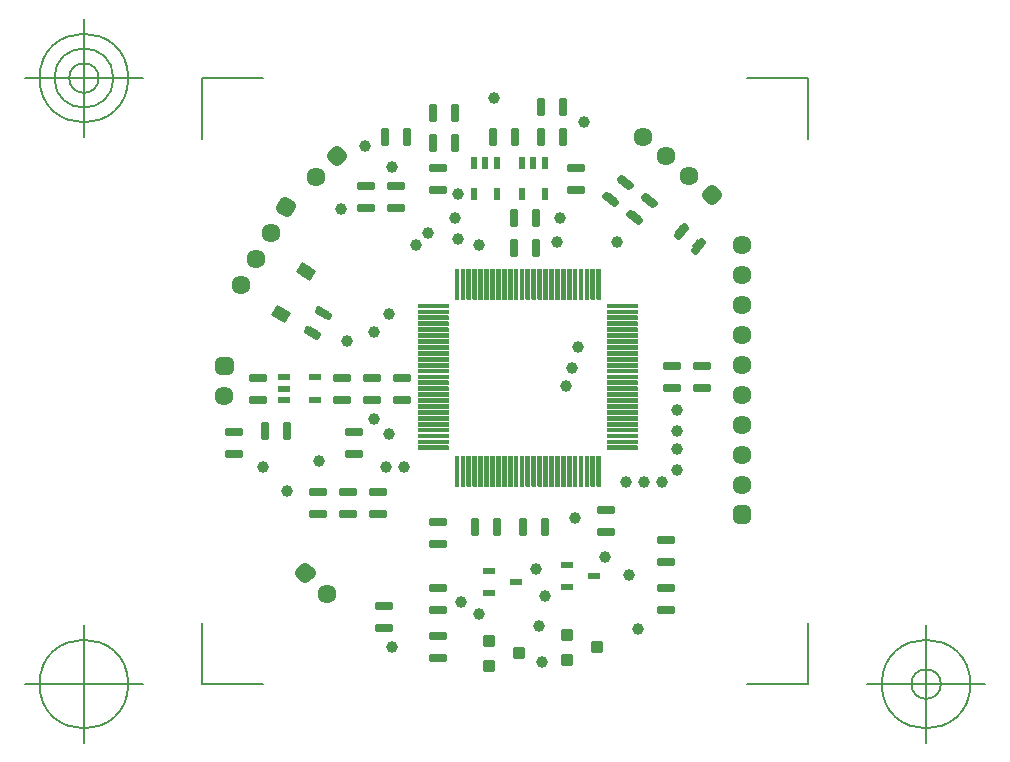
<source format=gbr>
G04 Generated by Ultiboard 13.0 *
%FSLAX25Y25*%
%MOIN*%

%ADD10C,0.00001*%
%ADD11C,0.00500*%
%ADD12C,0.03937*%
%ADD13R,0.01181X0.10000*%
%ADD14C,0.00001*%
%ADD15R,0.10000X0.01181*%
%ADD16R,0.04168X0.01084*%
%ADD17C,0.01666*%
%ADD18R,0.04331X0.02362*%
%ADD19R,0.01084X0.04168*%
%ADD20C,0.06334*%
%ADD21R,0.02083X0.02083*%
%ADD22C,0.03917*%
%ADD23P,0.03889X4X15*%
%ADD24P,0.05567X4X15*%
%ADD25P,0.02945X4X15*%
%ADD26P,0.02945X4*%
%ADD27R,0.02362X0.04331*%
%ADD28P,0.03889X4X5*%
%ADD29P,0.02945X4X5*%
%ADD30R,0.02334X0.02334*%
%ADD31R,0.03937X0.02362*%


G04 ColorRGB FF00CC for the following layer *
%LNSolder Mask Top*%
%LPD*%
G54D10*
G54D11*
X33500Y61500D02*
X33500Y81700D01*
X33500Y61500D02*
X53700Y61500D01*
X235500Y61500D02*
X215300Y61500D01*
X235500Y61500D02*
X235500Y81700D01*
X235500Y263500D02*
X235500Y243300D01*
X235500Y263500D02*
X215300Y263500D01*
X33500Y263500D02*
X53700Y263500D01*
X33500Y263500D02*
X33500Y243300D01*
X13815Y61500D02*
X-25555Y61500D01*
X-5870Y41815D02*
X-5870Y81185D01*
X-20634Y61500D02*
G75*
D01*
G02X-20634Y61500I14764J0*
G01*
X255185Y61500D02*
X294555Y61500D01*
X274870Y41815D02*
X274870Y81185D01*
X260106Y61500D02*
G75*
D01*
G02X260106Y61500I14764J0*
G01*
X269949Y61500D02*
G75*
D01*
G02X269949Y61500I4921J0*
G01*
X13815Y263500D02*
X-25555Y263500D01*
X-5870Y243815D02*
X-5870Y283185D01*
X-20634Y263500D02*
G75*
D01*
G02X-20634Y263500I14764J0*
G01*
X-15713Y263500D02*
G75*
D01*
G02X-15713Y263500I9843J0*
G01*
X-10791Y263500D02*
G75*
D01*
G02X-10791Y263500I4921J0*
G01*
G54D12*
X118000Y217000D03*
X119000Y225000D03*
X172000Y209000D03*
X62000Y126000D03*
X91000Y150000D03*
X95000Y134000D03*
X82000Y176000D03*
X54000Y134000D03*
X153000Y217000D03*
X88000Y241000D03*
X119000Y210000D03*
X109000Y212000D03*
X105000Y208000D03*
X96000Y185000D03*
X91000Y179000D03*
X158000Y117000D03*
X148000Y91000D03*
X147000Y69000D03*
X179000Y80000D03*
X176000Y98000D03*
X146000Y81000D03*
X120000Y89000D03*
X168000Y104000D03*
X126000Y85000D03*
X145000Y100000D03*
X97000Y74000D03*
X159000Y174000D03*
X157000Y167000D03*
X152000Y209000D03*
X155000Y161000D03*
X131000Y257000D03*
X161000Y249000D03*
X126000Y208000D03*
X97000Y234000D03*
X80000Y220000D03*
X192000Y153000D03*
X192000Y146000D03*
X192000Y140000D03*
X192000Y133000D03*
X187000Y129000D03*
X181000Y129000D03*
X175000Y129000D03*
X101000Y134000D03*
X96000Y145000D03*
X72500Y136000D03*
G54D13*
X118378Y132579D03*
X122315Y132579D03*
X120346Y132579D03*
X124283Y132579D03*
X126252Y132579D03*
X128220Y132579D03*
X130189Y132579D03*
X132157Y132579D03*
X134126Y132579D03*
X138063Y132579D03*
X136094Y132579D03*
X140031Y132579D03*
X142000Y132579D03*
X143969Y132579D03*
X145937Y132579D03*
X147906Y132579D03*
X149874Y132579D03*
X153811Y132579D03*
X151843Y132579D03*
X155780Y132579D03*
X157748Y132579D03*
X159717Y132579D03*
X161685Y132579D03*
X163654Y132579D03*
X165622Y132579D03*
X118378Y194921D03*
X122315Y194921D03*
X120346Y194921D03*
X124283Y194921D03*
X126252Y194921D03*
X128220Y194921D03*
X130189Y194921D03*
X132157Y194921D03*
X134126Y194921D03*
X138063Y194921D03*
X136094Y194921D03*
X140031Y194921D03*
X142000Y194921D03*
X145937Y194921D03*
X143969Y194921D03*
X147906Y194921D03*
X149874Y194921D03*
X153811Y194921D03*
X151843Y194921D03*
X155780Y194921D03*
X157748Y194921D03*
X159717Y194921D03*
X161685Y194921D03*
X163654Y194921D03*
X165622Y194921D03*
G54D14*
X117788Y127579D02*
X118968Y127579D01*
X118968Y137579D01*
X117788Y137579D01*
X117788Y127579D01*D02*
X121725Y127579D02*
X122905Y127579D01*
X122905Y137579D01*
X121725Y137579D01*
X121725Y127579D01*D02*
X119756Y127579D02*
X120936Y127579D01*
X120936Y137579D01*
X119756Y137579D01*
X119756Y127579D01*D02*
X123693Y127579D02*
X124873Y127579D01*
X124873Y137579D01*
X123693Y137579D01*
X123693Y127579D01*D02*
X125662Y127579D02*
X126842Y127579D01*
X126842Y137579D01*
X125662Y137579D01*
X125662Y127579D01*D02*
X127630Y127579D02*
X128810Y127579D01*
X128810Y137579D01*
X127630Y137579D01*
X127630Y127579D01*D02*
X129599Y127579D02*
X130779Y127579D01*
X130779Y137579D01*
X129599Y137579D01*
X129599Y127579D01*D02*
X131567Y127579D02*
X132747Y127579D01*
X132747Y137579D01*
X131567Y137579D01*
X131567Y127579D01*D02*
X133536Y127579D02*
X134716Y127579D01*
X134716Y137579D01*
X133536Y137579D01*
X133536Y127579D01*D02*
X137473Y127579D02*
X138653Y127579D01*
X138653Y137579D01*
X137473Y137579D01*
X137473Y127579D01*D02*
X135504Y127579D02*
X136684Y127579D01*
X136684Y137579D01*
X135504Y137579D01*
X135504Y127579D01*D02*
X139441Y127579D02*
X140621Y127579D01*
X140621Y137579D01*
X139441Y137579D01*
X139441Y127579D01*D02*
X141410Y127579D02*
X142590Y127579D01*
X142590Y137579D01*
X141410Y137579D01*
X141410Y127579D01*D02*
X143379Y127579D02*
X144559Y127579D01*
X144559Y137579D01*
X143379Y137579D01*
X143379Y127579D01*D02*
X145347Y127579D02*
X146527Y127579D01*
X146527Y137579D01*
X145347Y137579D01*
X145347Y127579D01*D02*
X147316Y127579D02*
X148496Y127579D01*
X148496Y137579D01*
X147316Y137579D01*
X147316Y127579D01*D02*
X149284Y127579D02*
X150464Y127579D01*
X150464Y137579D01*
X149284Y137579D01*
X149284Y127579D01*D02*
X153221Y127579D02*
X154401Y127579D01*
X154401Y137579D01*
X153221Y137579D01*
X153221Y127579D01*D02*
X151253Y127579D02*
X152433Y127579D01*
X152433Y137579D01*
X151253Y137579D01*
X151253Y127579D01*D02*
X155190Y127579D02*
X156370Y127579D01*
X156370Y137579D01*
X155190Y137579D01*
X155190Y127579D01*D02*
X157158Y127579D02*
X158338Y127579D01*
X158338Y137579D01*
X157158Y137579D01*
X157158Y127579D01*D02*
X159127Y127579D02*
X160307Y127579D01*
X160307Y137579D01*
X159127Y137579D01*
X159127Y127579D01*D02*
X161095Y127579D02*
X162275Y127579D01*
X162275Y137579D01*
X161095Y137579D01*
X161095Y127579D01*D02*
X163064Y127579D02*
X164244Y127579D01*
X164244Y137579D01*
X163064Y137579D01*
X163064Y127579D01*D02*
X165032Y127579D02*
X166212Y127579D01*
X166212Y137579D01*
X165032Y137579D01*
X165032Y127579D01*D02*
X105579Y139788D02*
X115579Y139788D01*
X115579Y140968D01*
X105579Y140968D01*
X105579Y139788D01*D02*
X105579Y141756D02*
X115579Y141756D01*
X115579Y142936D01*
X105579Y142936D01*
X105579Y141756D01*D02*
X168421Y139788D02*
X178421Y139788D01*
X178421Y140968D01*
X168421Y140968D01*
X168421Y139788D01*D02*
X168421Y141756D02*
X178421Y141756D01*
X178421Y142936D01*
X168421Y142936D01*
X168421Y141756D01*D02*
X105579Y145693D02*
X115579Y145693D01*
X115579Y146873D01*
X105579Y146873D01*
X105579Y145693D01*D02*
X105579Y143725D02*
X115579Y143725D01*
X115579Y144905D01*
X105579Y144905D01*
X105579Y143725D01*D02*
X105579Y147662D02*
X115579Y147662D01*
X115579Y148842D01*
X105579Y148842D01*
X105579Y147662D01*D02*
X105579Y149630D02*
X115579Y149630D01*
X115579Y150810D01*
X105579Y150810D01*
X105579Y149630D01*D02*
X168421Y145693D02*
X178421Y145693D01*
X178421Y146873D01*
X168421Y146873D01*
X168421Y145693D01*D02*
X168421Y143725D02*
X178421Y143725D01*
X178421Y144905D01*
X168421Y144905D01*
X168421Y143725D01*D02*
X168421Y147662D02*
X178421Y147662D01*
X178421Y148842D01*
X168421Y148842D01*
X168421Y147662D01*D02*
X168421Y149630D02*
X178421Y149630D01*
X178421Y150810D01*
X168421Y150810D01*
X168421Y149630D01*D02*
X105579Y151599D02*
X115579Y151599D01*
X115579Y152779D01*
X105579Y152779D01*
X105579Y151599D01*D02*
X105579Y153567D02*
X115579Y153567D01*
X115579Y154747D01*
X105579Y154747D01*
X105579Y153567D01*D02*
X105579Y155536D02*
X115579Y155536D01*
X115579Y156716D01*
X105579Y156716D01*
X105579Y155536D01*D02*
X105579Y157504D02*
X115579Y157504D01*
X115579Y158684D01*
X105579Y158684D01*
X105579Y157504D01*D02*
X168421Y151599D02*
X178421Y151599D01*
X178421Y152779D01*
X168421Y152779D01*
X168421Y151599D01*D02*
X168421Y153567D02*
X178421Y153567D01*
X178421Y154747D01*
X168421Y154747D01*
X168421Y153567D01*D02*
X168421Y155536D02*
X178421Y155536D01*
X178421Y156716D01*
X168421Y156716D01*
X168421Y155536D01*D02*
X168421Y157504D02*
X178421Y157504D01*
X178421Y158684D01*
X168421Y158684D01*
X168421Y157504D01*D02*
X105579Y161441D02*
X115579Y161441D01*
X115579Y162621D01*
X105579Y162621D01*
X105579Y161441D01*D02*
X105579Y159473D02*
X115579Y159473D01*
X115579Y160653D01*
X105579Y160653D01*
X105579Y159473D01*D02*
X105579Y163410D02*
X115579Y163410D01*
X115579Y164590D01*
X105579Y164590D01*
X105579Y163410D01*D02*
X105579Y165379D02*
X115579Y165379D01*
X115579Y166559D01*
X105579Y166559D01*
X105579Y165379D01*D02*
X168421Y161441D02*
X178421Y161441D01*
X178421Y162621D01*
X168421Y162621D01*
X168421Y161441D01*D02*
X168421Y159473D02*
X178421Y159473D01*
X178421Y160653D01*
X168421Y160653D01*
X168421Y159473D01*D02*
X168421Y163410D02*
X178421Y163410D01*
X178421Y164590D01*
X168421Y164590D01*
X168421Y163410D01*D02*
X168421Y165379D02*
X178421Y165379D01*
X178421Y166559D01*
X168421Y166559D01*
X168421Y165379D01*D02*
X105579Y167347D02*
X115579Y167347D01*
X115579Y168527D01*
X105579Y168527D01*
X105579Y167347D01*D02*
X105579Y169316D02*
X115579Y169316D01*
X115579Y170496D01*
X105579Y170496D01*
X105579Y169316D01*D02*
X105579Y171284D02*
X115579Y171284D01*
X115579Y172464D01*
X105579Y172464D01*
X105579Y171284D01*D02*
X105579Y173253D02*
X115579Y173253D01*
X115579Y174433D01*
X105579Y174433D01*
X105579Y173253D01*D02*
X168421Y167347D02*
X178421Y167347D01*
X178421Y168527D01*
X168421Y168527D01*
X168421Y167347D01*D02*
X168421Y169316D02*
X178421Y169316D01*
X178421Y170496D01*
X168421Y170496D01*
X168421Y169316D01*D02*
X168421Y171284D02*
X178421Y171284D01*
X178421Y172464D01*
X168421Y172464D01*
X168421Y171284D01*D02*
X168421Y173253D02*
X178421Y173253D01*
X178421Y174433D01*
X168421Y174433D01*
X168421Y173253D01*D02*
X105579Y177190D02*
X115579Y177190D01*
X115579Y178370D01*
X105579Y178370D01*
X105579Y177190D01*D02*
X105579Y175221D02*
X115579Y175221D01*
X115579Y176401D01*
X105579Y176401D01*
X105579Y175221D01*D02*
X105579Y179158D02*
X115579Y179158D01*
X115579Y180338D01*
X105579Y180338D01*
X105579Y179158D01*D02*
X105579Y181127D02*
X115579Y181127D01*
X115579Y182307D01*
X105579Y182307D01*
X105579Y181127D01*D02*
X168421Y177190D02*
X178421Y177190D01*
X178421Y178370D01*
X168421Y178370D01*
X168421Y177190D01*D02*
X168421Y175221D02*
X178421Y175221D01*
X178421Y176401D01*
X168421Y176401D01*
X168421Y175221D01*D02*
X168421Y179158D02*
X178421Y179158D01*
X178421Y180338D01*
X168421Y180338D01*
X168421Y179158D01*D02*
X168421Y181127D02*
X178421Y181127D01*
X178421Y182307D01*
X168421Y182307D01*
X168421Y181127D01*D02*
X105579Y183095D02*
X115579Y183095D01*
X115579Y184275D01*
X105579Y184275D01*
X105579Y183095D01*D02*
X105579Y185064D02*
X115579Y185064D01*
X115579Y186244D01*
X105579Y186244D01*
X105579Y185064D01*D02*
X105579Y187032D02*
X115579Y187032D01*
X115579Y188212D01*
X105579Y188212D01*
X105579Y187032D01*D02*
X168421Y183095D02*
X178421Y183095D01*
X178421Y184275D01*
X168421Y184275D01*
X168421Y183095D01*D02*
X168421Y185064D02*
X178421Y185064D01*
X178421Y186244D01*
X168421Y186244D01*
X168421Y185064D01*D02*
X168421Y187032D02*
X178421Y187032D01*
X178421Y188212D01*
X168421Y188212D01*
X168421Y187032D01*D02*
X117788Y189921D02*
X118968Y189921D01*
X118968Y199921D01*
X117788Y199921D01*
X117788Y189921D01*D02*
X121725Y189921D02*
X122905Y189921D01*
X122905Y199921D01*
X121725Y199921D01*
X121725Y189921D01*D02*
X119756Y189921D02*
X120936Y189921D01*
X120936Y199921D01*
X119756Y199921D01*
X119756Y189921D01*D02*
X123693Y189921D02*
X124873Y189921D01*
X124873Y199921D01*
X123693Y199921D01*
X123693Y189921D01*D02*
X125662Y189921D02*
X126842Y189921D01*
X126842Y199921D01*
X125662Y199921D01*
X125662Y189921D01*D02*
X127630Y189921D02*
X128810Y189921D01*
X128810Y199921D01*
X127630Y199921D01*
X127630Y189921D01*D02*
X129599Y189921D02*
X130779Y189921D01*
X130779Y199921D01*
X129599Y199921D01*
X129599Y189921D01*D02*
X131567Y189921D02*
X132747Y189921D01*
X132747Y199921D01*
X131567Y199921D01*
X131567Y189921D01*D02*
X133536Y189921D02*
X134716Y189921D01*
X134716Y199921D01*
X133536Y199921D01*
X133536Y189921D01*D02*
X137473Y189921D02*
X138653Y189921D01*
X138653Y199921D01*
X137473Y199921D01*
X137473Y189921D01*D02*
X135504Y189921D02*
X136684Y189921D01*
X136684Y199921D01*
X135504Y199921D01*
X135504Y189921D01*D02*
X139441Y189921D02*
X140621Y189921D01*
X140621Y199921D01*
X139441Y199921D01*
X139441Y189921D01*D02*
X141410Y189921D02*
X142590Y189921D01*
X142590Y199921D01*
X141410Y199921D01*
X141410Y189921D01*D02*
X145347Y189921D02*
X146527Y189921D01*
X146527Y199921D01*
X145347Y199921D01*
X145347Y189921D01*D02*
X143379Y189921D02*
X144559Y189921D01*
X144559Y199921D01*
X143379Y199921D01*
X143379Y189921D01*D02*
X147316Y189921D02*
X148496Y189921D01*
X148496Y199921D01*
X147316Y199921D01*
X147316Y189921D01*D02*
X149284Y189921D02*
X150464Y189921D01*
X150464Y199921D01*
X149284Y199921D01*
X149284Y189921D01*D02*
X153221Y189921D02*
X154401Y189921D01*
X154401Y199921D01*
X153221Y199921D01*
X153221Y189921D01*D02*
X151253Y189921D02*
X152433Y189921D01*
X152433Y199921D01*
X151253Y199921D01*
X151253Y189921D01*D02*
X155190Y189921D02*
X156370Y189921D01*
X156370Y199921D01*
X155190Y199921D01*
X155190Y189921D01*D02*
X157158Y189921D02*
X158338Y189921D01*
X158338Y199921D01*
X157158Y199921D01*
X157158Y189921D01*D02*
X159127Y189921D02*
X160307Y189921D01*
X160307Y199921D01*
X159127Y199921D01*
X159127Y189921D01*D02*
X161095Y189921D02*
X162275Y189921D01*
X162275Y199921D01*
X161095Y199921D01*
X161095Y189921D01*D02*
X163064Y189921D02*
X164244Y189921D01*
X164244Y199921D01*
X163064Y199921D01*
X163064Y189921D01*D02*
X165032Y189921D02*
X166212Y189921D01*
X166212Y199921D01*
X165032Y199921D01*
X165032Y189921D01*D02*
G54D15*
X110579Y140378D03*
X110579Y142346D03*
X173421Y140378D03*
X173421Y142346D03*
X110579Y146283D03*
X110579Y144315D03*
X110579Y148252D03*
X110579Y150220D03*
X173421Y146283D03*
X173421Y144315D03*
X173421Y148252D03*
X173421Y150220D03*
X110579Y152189D03*
X110579Y154157D03*
X110579Y156126D03*
X110579Y158094D03*
X173421Y152189D03*
X173421Y154157D03*
X173421Y156126D03*
X173421Y158094D03*
X110579Y162031D03*
X110579Y160063D03*
X110579Y164000D03*
X110579Y165969D03*
X173421Y162031D03*
X173421Y160063D03*
X173421Y164000D03*
X173421Y165969D03*
X110579Y167937D03*
X110579Y169906D03*
X110579Y171874D03*
X110579Y173843D03*
X173421Y167937D03*
X173421Y169906D03*
X173421Y171874D03*
X173421Y173843D03*
X110579Y177780D03*
X110579Y175811D03*
X110579Y179748D03*
X110579Y181717D03*
X173421Y177780D03*
X173421Y175811D03*
X173421Y179748D03*
X173421Y181717D03*
X110579Y183685D03*
X110579Y185654D03*
X110579Y187622D03*
X173421Y183685D03*
X173421Y185654D03*
X173421Y187622D03*
G54D16*
X100000Y156250D03*
X100000Y163750D03*
X84000Y138250D03*
X84000Y145750D03*
X90000Y156250D03*
X90000Y163750D03*
X80000Y156250D03*
X80000Y163750D03*
X44000Y138250D03*
X44000Y145750D03*
X52000Y156250D03*
X52000Y163750D03*
X88000Y220250D03*
X88000Y227750D03*
X98000Y220250D03*
X98000Y227750D03*
X82000Y118250D03*
X82000Y125750D03*
X72000Y118250D03*
X72000Y125750D03*
X94000Y80250D03*
X94000Y87750D03*
X92000Y118250D03*
X92000Y125750D03*
X112000Y226250D03*
X112000Y233750D03*
X158000Y226250D03*
X158000Y233750D03*
X200000Y160250D03*
X200000Y167750D03*
X190000Y160250D03*
X190000Y167750D03*
X112000Y70250D03*
X112000Y77750D03*
X112000Y86250D03*
X112000Y93750D03*
X112000Y108250D03*
X112000Y115750D03*
X168000Y112250D03*
X168000Y119750D03*
X188000Y102250D03*
X188000Y109750D03*
X188000Y86250D03*
X188000Y93750D03*
G54D17*
X97916Y155708D02*
X102084Y155708D01*
X102084Y156792D01*
X97916Y156792D01*
X97916Y155708D01*D02*
X97916Y163208D02*
X102084Y163208D01*
X102084Y164292D01*
X97916Y164292D01*
X97916Y163208D01*D02*
X81916Y137708D02*
X86084Y137708D01*
X86084Y138792D01*
X81916Y138792D01*
X81916Y137708D01*D02*
X81916Y145208D02*
X86084Y145208D01*
X86084Y146292D01*
X81916Y146292D01*
X81916Y145208D01*D02*
X87916Y155708D02*
X92084Y155708D01*
X92084Y156792D01*
X87916Y156792D01*
X87916Y155708D01*D02*
X87916Y163208D02*
X92084Y163208D01*
X92084Y164292D01*
X87916Y164292D01*
X87916Y163208D01*D02*
X77916Y155708D02*
X82084Y155708D01*
X82084Y156792D01*
X77916Y156792D01*
X77916Y155708D01*D02*
X77916Y163208D02*
X82084Y163208D01*
X82084Y164292D01*
X77916Y164292D01*
X77916Y163208D01*D02*
X53708Y143916D02*
X54792Y143916D01*
X54792Y148084D01*
X53708Y148084D01*
X53708Y143916D01*D02*
X61208Y143916D02*
X62292Y143916D01*
X62292Y148084D01*
X61208Y148084D01*
X61208Y143916D01*D02*
X41916Y137708D02*
X46084Y137708D01*
X46084Y138792D01*
X41916Y138792D01*
X41916Y137708D01*D02*
X41916Y145208D02*
X46084Y145208D01*
X46084Y146292D01*
X41916Y146292D01*
X41916Y145208D01*D02*
X49916Y155708D02*
X54084Y155708D01*
X54084Y156792D01*
X49916Y156792D01*
X49916Y155708D01*D02*
X49916Y163208D02*
X54084Y163208D01*
X54084Y164292D01*
X49916Y164292D01*
X49916Y163208D01*D02*
X68049Y179325D02*
X71659Y177241D01*
X72201Y178180D01*
X68591Y180264D01*
X68049Y179325D01*D02*
X71799Y185820D02*
X75409Y183736D01*
X75951Y184675D01*
X72341Y186759D01*
X71799Y185820D01*D02*
X85916Y219708D02*
X90084Y219708D01*
X90084Y220792D01*
X85916Y220792D01*
X85916Y219708D01*D02*
X85916Y227208D02*
X90084Y227208D01*
X90084Y228292D01*
X85916Y228292D01*
X85916Y227208D01*D02*
X95916Y219708D02*
X100084Y219708D01*
X100084Y220792D01*
X95916Y220792D01*
X95916Y219708D01*D02*
X95916Y227208D02*
X100084Y227208D01*
X100084Y228292D01*
X95916Y228292D01*
X95916Y227208D01*D02*
X79916Y117708D02*
X84084Y117708D01*
X84084Y118792D01*
X79916Y118792D01*
X79916Y117708D01*D02*
X79916Y125208D02*
X84084Y125208D01*
X84084Y126292D01*
X79916Y126292D01*
X79916Y125208D01*D02*
X69916Y117708D02*
X74084Y117708D01*
X74084Y118792D01*
X69916Y118792D01*
X69916Y117708D01*D02*
X69916Y125208D02*
X74084Y125208D01*
X74084Y126292D01*
X69916Y126292D01*
X69916Y125208D01*D02*
X91916Y79708D02*
X96084Y79708D01*
X96084Y80792D01*
X91916Y80792D01*
X91916Y79708D01*D02*
X91916Y87208D02*
X96084Y87208D01*
X96084Y88292D01*
X91916Y88292D01*
X91916Y87208D01*D02*
X89916Y117708D02*
X94084Y117708D01*
X94084Y118792D01*
X89916Y118792D01*
X89916Y117708D01*D02*
X89916Y125208D02*
X94084Y125208D01*
X94084Y126292D01*
X89916Y126292D01*
X89916Y125208D01*D02*
X109708Y239916D02*
X110792Y239916D01*
X110792Y244084D01*
X109708Y244084D01*
X109708Y239916D01*D02*
X117208Y239916D02*
X118292Y239916D01*
X118292Y244084D01*
X117208Y244084D01*
X117208Y239916D01*D02*
X109916Y225708D02*
X114084Y225708D01*
X114084Y226792D01*
X109916Y226792D01*
X109916Y225708D01*D02*
X109916Y233208D02*
X114084Y233208D01*
X114084Y234292D01*
X109916Y234292D01*
X109916Y233208D01*D02*
X136708Y214916D02*
X137792Y214916D01*
X137792Y219084D01*
X136708Y219084D01*
X136708Y214916D01*D02*
X144208Y214916D02*
X145292Y214916D01*
X145292Y219084D01*
X144208Y219084D01*
X144208Y214916D01*D02*
X136708Y204916D02*
X137792Y204916D01*
X137792Y209084D01*
X136708Y209084D01*
X136708Y204916D01*D02*
X144208Y204916D02*
X145292Y204916D01*
X145292Y209084D01*
X144208Y209084D01*
X144208Y204916D01*D02*
X93708Y241916D02*
X94792Y241916D01*
X94792Y246084D01*
X93708Y246084D01*
X93708Y241916D01*D02*
X101208Y241916D02*
X102292Y241916D01*
X102292Y246084D01*
X101208Y246084D01*
X101208Y241916D01*D02*
X109708Y249916D02*
X110792Y249916D01*
X110792Y254084D01*
X109708Y254084D01*
X109708Y249916D01*D02*
X117208Y249916D02*
X118292Y249916D01*
X118292Y254084D01*
X117208Y254084D01*
X117208Y249916D01*D02*
X129708Y241916D02*
X130792Y241916D01*
X130792Y246084D01*
X129708Y246084D01*
X129708Y241916D01*D02*
X137208Y241916D02*
X138292Y241916D01*
X138292Y246084D01*
X137208Y246084D01*
X137208Y241916D01*D02*
X171534Y222203D02*
X168342Y224882D01*
X167645Y224052D01*
X170838Y221373D01*
X171534Y222203D01*D02*
X176355Y227948D02*
X173162Y230627D01*
X172466Y229797D01*
X175659Y227118D01*
X176355Y227948D01*D02*
X155916Y225708D02*
X160084Y225708D01*
X160084Y226792D01*
X155916Y226792D01*
X155916Y225708D01*D02*
X155916Y233208D02*
X160084Y233208D01*
X160084Y234292D01*
X155916Y234292D01*
X155916Y233208D01*D02*
X179534Y216203D02*
X176341Y218882D01*
X175645Y218052D01*
X178838Y215373D01*
X179534Y216203D01*D02*
X184355Y221948D02*
X181162Y224627D01*
X180466Y223797D01*
X183659Y221118D01*
X184355Y221948D01*D02*
X199797Y209534D02*
X197118Y206341D01*
X197948Y205645D01*
X200627Y208838D01*
X199797Y209534D01*D02*
X194052Y214355D02*
X191373Y211162D01*
X192203Y210466D01*
X194882Y213658D01*
X194052Y214355D01*D02*
X197916Y159708D02*
X202084Y159708D01*
X202084Y160792D01*
X197916Y160792D01*
X197916Y159708D01*D02*
X197916Y167208D02*
X202084Y167208D01*
X202084Y168292D01*
X197916Y168292D01*
X197916Y167208D01*D02*
X187916Y159708D02*
X192084Y159708D01*
X192084Y160792D01*
X187916Y160792D01*
X187916Y159708D01*D02*
X187916Y167208D02*
X192084Y167208D01*
X192084Y168292D01*
X187916Y168292D01*
X187916Y167208D01*D02*
X145708Y241916D02*
X146792Y241916D01*
X146792Y246084D01*
X145708Y246084D01*
X145708Y241916D01*D02*
X153208Y241916D02*
X154292Y241916D01*
X154292Y246084D01*
X153208Y246084D01*
X153208Y241916D01*D02*
X145708Y251916D02*
X146792Y251916D01*
X146792Y256084D01*
X145708Y256084D01*
X145708Y251916D01*D02*
X153208Y251916D02*
X154292Y251916D01*
X154292Y256084D01*
X153208Y256084D01*
X153208Y251916D01*D02*
X153833Y77000D02*
X156167Y77000D01*
X156167Y79334D01*
X153833Y79334D01*
X153833Y77000D01*D02*
X153833Y68666D02*
X156167Y68666D01*
X156167Y71000D01*
X153833Y71000D01*
X153833Y68666D01*D02*
X163833Y72833D02*
X166167Y72833D01*
X166167Y75167D01*
X163833Y75167D01*
X163833Y72833D01*D02*
X123708Y111916D02*
X124792Y111916D01*
X124792Y116084D01*
X123708Y116084D01*
X123708Y111916D01*D02*
X131208Y111916D02*
X132292Y111916D01*
X132292Y116084D01*
X131208Y116084D01*
X131208Y111916D01*D02*
X139708Y111916D02*
X140792Y111916D01*
X140792Y116084D01*
X139708Y116084D01*
X139708Y111916D01*D02*
X147208Y111916D02*
X148292Y111916D01*
X148292Y116084D01*
X147208Y116084D01*
X147208Y111916D01*D02*
X127833Y75000D02*
X130167Y75000D01*
X130167Y77334D01*
X127833Y77334D01*
X127833Y75000D01*D02*
X127833Y66666D02*
X130167Y66666D01*
X130167Y69000D01*
X127833Y69000D01*
X127833Y66666D01*D02*
X137833Y70833D02*
X140167Y70833D01*
X140167Y73167D01*
X137833Y73167D01*
X137833Y70833D01*D02*
X109916Y69708D02*
X114084Y69708D01*
X114084Y70792D01*
X109916Y70792D01*
X109916Y69708D01*D02*
X109916Y77208D02*
X114084Y77208D01*
X114084Y78292D01*
X109916Y78292D01*
X109916Y77208D01*D02*
X109916Y85708D02*
X114084Y85708D01*
X114084Y86792D01*
X109916Y86792D01*
X109916Y85708D01*D02*
X109916Y93208D02*
X114084Y93208D01*
X114084Y94292D01*
X109916Y94292D01*
X109916Y93208D01*D02*
X109916Y107708D02*
X114084Y107708D01*
X114084Y108792D01*
X109916Y108792D01*
X109916Y107708D01*D02*
X109916Y115208D02*
X114084Y115208D01*
X114084Y116292D01*
X109916Y116292D01*
X109916Y115208D01*D02*
X165916Y111708D02*
X170084Y111708D01*
X170084Y112792D01*
X165916Y112792D01*
X165916Y111708D01*D02*
X165916Y119208D02*
X170084Y119208D01*
X170084Y120292D01*
X165916Y120292D01*
X165916Y119208D01*D02*
X185916Y101708D02*
X190084Y101708D01*
X190084Y102792D01*
X185916Y102792D01*
X185916Y101708D01*D02*
X185916Y109208D02*
X190084Y109208D01*
X190084Y110292D01*
X185916Y110292D01*
X185916Y109208D01*D02*
X185916Y85708D02*
X190084Y85708D01*
X190084Y86792D01*
X185916Y86792D01*
X185916Y85708D01*D02*
X185916Y93208D02*
X190084Y93208D01*
X190084Y94292D01*
X185916Y94292D01*
X185916Y93208D01*D02*
G54D18*
X60882Y156260D03*
X71118Y156260D03*
X60882Y163740D03*
X60882Y160000D03*
X71118Y163740D03*
G54D19*
X54250Y146000D03*
X61750Y146000D03*
X110250Y242000D03*
X117750Y242000D03*
X137250Y217000D03*
X144750Y217000D03*
X137250Y207000D03*
X144750Y207000D03*
X94250Y244000D03*
X101750Y244000D03*
X110250Y252000D03*
X117750Y252000D03*
X130250Y244000D03*
X137750Y244000D03*
X146250Y244000D03*
X153750Y244000D03*
X146250Y254000D03*
X153750Y254000D03*
X124250Y114000D03*
X131750Y114000D03*
X140250Y114000D03*
X147750Y114000D03*
G54D20*
X41000Y157500D03*
X46500Y194543D03*
X51500Y203203D03*
X56500Y211863D03*
X71429Y230429D03*
X75071Y91429D03*
X188179Y237356D03*
X180519Y243784D03*
X195840Y230928D03*
X213500Y128000D03*
X213500Y138000D03*
X213500Y178000D03*
X213500Y148000D03*
X213500Y158000D03*
X213500Y168000D03*
X213500Y208000D03*
X213500Y198000D03*
X213500Y188000D03*
G54D21*
X41000Y167500D03*
X213500Y118000D03*
G54D22*
X39959Y166459D02*
X42041Y166459D01*
X42041Y168541D01*
X39959Y168541D01*
X39959Y166459D01*D02*
X61119Y221946D02*
X60077Y220142D01*
X61881Y219101D01*
X62923Y220905D01*
X61119Y221946D01*D02*
X78500Y238973D02*
X77027Y237500D01*
X78500Y236027D01*
X79973Y237500D01*
X78500Y238973D01*D02*
X66527Y98500D02*
X68000Y97027D01*
X69473Y98500D01*
X68000Y99973D01*
X66527Y98500D01*D02*
X204967Y224628D02*
X203372Y225967D01*
X202033Y224372D01*
X203628Y223033D01*
X204967Y224628D01*D02*
X212459Y116959D02*
X214541Y116959D01*
X214541Y119041D01*
X212459Y119041D01*
X212459Y116959D01*D02*
G54D23*
X70232Y178690D03*
X70018Y178814D03*
X73982Y185186D03*
X73768Y185310D03*
G54D24*
X60597Y184531D03*
X59233Y185319D03*
X68767Y198681D03*
X67403Y199469D03*
G54D25*
X61500Y220523D03*
G54D26*
X78500Y237500D03*
X68000Y98500D03*
G54D27*
X124260Y224882D03*
X131740Y224882D03*
X124260Y235118D03*
X128000Y235118D03*
X131740Y235118D03*
X140260Y224882D03*
X147740Y224882D03*
X140260Y235118D03*
X144000Y235118D03*
X147740Y235118D03*
G54D28*
X169495Y223207D03*
X169685Y223048D03*
X174315Y228952D03*
X174505Y228793D03*
X177495Y217207D03*
X177685Y217048D03*
X182315Y222952D03*
X182505Y222793D03*
X198793Y207495D03*
X198952Y207685D03*
X193048Y212315D03*
X193207Y212505D03*
G54D29*
X203500Y224500D03*
G54D30*
X155000Y78167D03*
X155000Y69833D03*
X165000Y74000D03*
X129000Y76167D03*
X129000Y67833D03*
X139000Y72000D03*
G54D31*
X155030Y93817D03*
X155030Y101297D03*
X164085Y97557D03*
X129030Y91817D03*
X138085Y95557D03*
X129030Y99297D03*

M02*

</source>
